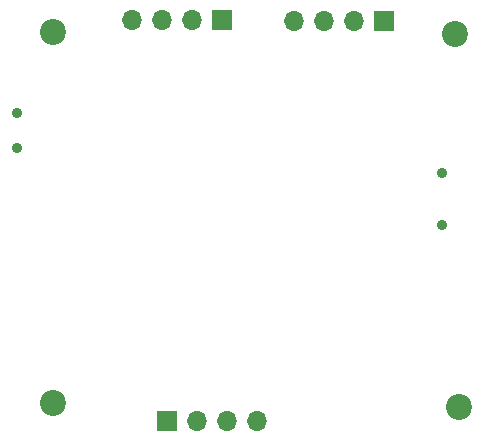
<source format=gbr>
%TF.GenerationSoftware,KiCad,Pcbnew,7.0.11*%
%TF.CreationDate,2024-12-27T12:08:24+01:00*%
%TF.ProjectId,Esp32 dev board,45737033-3220-4646-9576-20626f617264,rev?*%
%TF.SameCoordinates,Original*%
%TF.FileFunction,Soldermask,Bot*%
%TF.FilePolarity,Negative*%
%FSLAX46Y46*%
G04 Gerber Fmt 4.6, Leading zero omitted, Abs format (unit mm)*
G04 Created by KiCad (PCBNEW 7.0.11) date 2024-12-27 12:08:24*
%MOMM*%
%LPD*%
G01*
G04 APERTURE LIST*
%ADD10C,0.900000*%
%ADD11C,2.200000*%
%ADD12R,1.700000X1.700000*%
%ADD13O,1.700000X1.700000*%
G04 APERTURE END LIST*
D10*
%TO.C,SW1*%
X186440000Y-50710000D03*
X186440000Y-53710000D03*
%TD*%
%TO.C,J1*%
X222445000Y-60230000D03*
X222445000Y-55830000D03*
%TD*%
D11*
%TO.C,H3*%
X189480000Y-75260000D03*
%TD*%
%TO.C,H2*%
X223500000Y-44000000D03*
%TD*%
%TO.C,H4*%
X223870000Y-75620000D03*
%TD*%
%TO.C,H1*%
X189480000Y-43880000D03*
%TD*%
D12*
%TO.C,J4*%
X199180000Y-76830000D03*
D13*
X201720000Y-76830000D03*
X204260000Y-76830000D03*
X206800000Y-76830000D03*
%TD*%
D12*
%TO.C,J2*%
X217510000Y-42910000D03*
D13*
X214970000Y-42910000D03*
X212430000Y-42910000D03*
X209890000Y-42910000D03*
%TD*%
D12*
%TO.C,J3*%
X203830000Y-42850000D03*
D13*
X201290000Y-42850000D03*
X198750000Y-42850000D03*
X196210000Y-42850000D03*
%TD*%
M02*

</source>
